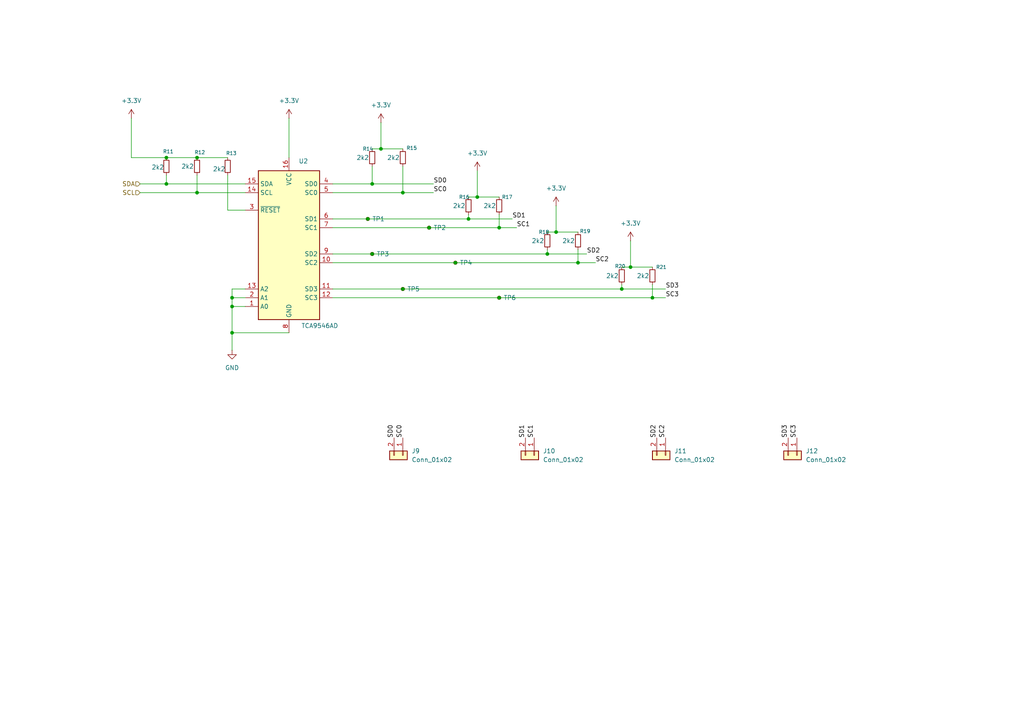
<source format=kicad_sch>
(kicad_sch
	(version 20250114)
	(generator "eeschema")
	(generator_version "9.0")
	(uuid "26067678-d7c4-464f-b731-ec73f251b3a4")
	(paper "A4")
	(lib_symbols
		(symbol "Connector:TestPoint_Small"
			(pin_numbers
				(hide yes)
			)
			(pin_names
				(offset 0.762)
				(hide yes)
			)
			(exclude_from_sim no)
			(in_bom yes)
			(on_board yes)
			(property "Reference" "TP"
				(at 0 3.81 0)
				(effects
					(font
						(size 1.27 1.27)
					)
				)
			)
			(property "Value" "TestPoint_Small"
				(at 0 2.032 0)
				(effects
					(font
						(size 1.27 1.27)
					)
				)
			)
			(property "Footprint" ""
				(at 5.08 0 0)
				(effects
					(font
						(size 1.27 1.27)
					)
					(hide yes)
				)
			)
			(property "Datasheet" "~"
				(at 5.08 0 0)
				(effects
					(font
						(size 1.27 1.27)
					)
					(hide yes)
				)
			)
			(property "Description" "test point"
				(at 0 0 0)
				(effects
					(font
						(size 1.27 1.27)
					)
					(hide yes)
				)
			)
			(property "ki_keywords" "test point tp"
				(at 0 0 0)
				(effects
					(font
						(size 1.27 1.27)
					)
					(hide yes)
				)
			)
			(property "ki_fp_filters" "Pin* Test*"
				(at 0 0 0)
				(effects
					(font
						(size 1.27 1.27)
					)
					(hide yes)
				)
			)
			(symbol "TestPoint_Small_0_1"
				(circle
					(center 0 0)
					(radius 0.508)
					(stroke
						(width 0)
						(type default)
					)
					(fill
						(type none)
					)
				)
			)
			(symbol "TestPoint_Small_1_1"
				(pin passive line
					(at 0 0 90)
					(length 0)
					(name "1"
						(effects
							(font
								(size 1.27 1.27)
							)
						)
					)
					(number "1"
						(effects
							(font
								(size 1.27 1.27)
							)
						)
					)
				)
			)
			(embedded_fonts no)
		)
		(symbol "Connector_Generic:Conn_01x02"
			(pin_names
				(offset 1.016)
				(hide yes)
			)
			(exclude_from_sim no)
			(in_bom yes)
			(on_board yes)
			(property "Reference" "J"
				(at 0 2.54 0)
				(effects
					(font
						(size 1.27 1.27)
					)
				)
			)
			(property "Value" "Conn_01x02"
				(at 0 -5.08 0)
				(effects
					(font
						(size 1.27 1.27)
					)
				)
			)
			(property "Footprint" ""
				(at 0 0 0)
				(effects
					(font
						(size 1.27 1.27)
					)
					(hide yes)
				)
			)
			(property "Datasheet" "~"
				(at 0 0 0)
				(effects
					(font
						(size 1.27 1.27)
					)
					(hide yes)
				)
			)
			(property "Description" "Generic connector, single row, 01x02, script generated (kicad-library-utils/schlib/autogen/connector/)"
				(at 0 0 0)
				(effects
					(font
						(size 1.27 1.27)
					)
					(hide yes)
				)
			)
			(property "ki_keywords" "connector"
				(at 0 0 0)
				(effects
					(font
						(size 1.27 1.27)
					)
					(hide yes)
				)
			)
			(property "ki_fp_filters" "Connector*:*_1x??_*"
				(at 0 0 0)
				(effects
					(font
						(size 1.27 1.27)
					)
					(hide yes)
				)
			)
			(symbol "Conn_01x02_1_1"
				(rectangle
					(start -1.27 1.27)
					(end 1.27 -3.81)
					(stroke
						(width 0.254)
						(type default)
					)
					(fill
						(type background)
					)
				)
				(rectangle
					(start -1.27 0.127)
					(end 0 -0.127)
					(stroke
						(width 0.1524)
						(type default)
					)
					(fill
						(type none)
					)
				)
				(rectangle
					(start -1.27 -2.413)
					(end 0 -2.667)
					(stroke
						(width 0.1524)
						(type default)
					)
					(fill
						(type none)
					)
				)
				(pin passive line
					(at -5.08 0 0)
					(length 3.81)
					(name "Pin_1"
						(effects
							(font
								(size 1.27 1.27)
							)
						)
					)
					(number "1"
						(effects
							(font
								(size 1.27 1.27)
							)
						)
					)
				)
				(pin passive line
					(at -5.08 -2.54 0)
					(length 3.81)
					(name "Pin_2"
						(effects
							(font
								(size 1.27 1.27)
							)
						)
					)
					(number "2"
						(effects
							(font
								(size 1.27 1.27)
							)
						)
					)
				)
			)
			(embedded_fonts no)
		)
		(symbol "Device:R_Small"
			(pin_numbers
				(hide yes)
			)
			(pin_names
				(offset 0.254)
				(hide yes)
			)
			(exclude_from_sim no)
			(in_bom yes)
			(on_board yes)
			(property "Reference" "R"
				(at 0 0 90)
				(effects
					(font
						(size 1.016 1.016)
					)
				)
			)
			(property "Value" "R_Small"
				(at 1.778 0 90)
				(effects
					(font
						(size 1.27 1.27)
					)
				)
			)
			(property "Footprint" ""
				(at 0 0 0)
				(effects
					(font
						(size 1.27 1.27)
					)
					(hide yes)
				)
			)
			(property "Datasheet" "~"
				(at 0 0 0)
				(effects
					(font
						(size 1.27 1.27)
					)
					(hide yes)
				)
			)
			(property "Description" "Resistor, small symbol"
				(at 0 0 0)
				(effects
					(font
						(size 1.27 1.27)
					)
					(hide yes)
				)
			)
			(property "ki_keywords" "R resistor"
				(at 0 0 0)
				(effects
					(font
						(size 1.27 1.27)
					)
					(hide yes)
				)
			)
			(property "ki_fp_filters" "R_*"
				(at 0 0 0)
				(effects
					(font
						(size 1.27 1.27)
					)
					(hide yes)
				)
			)
			(symbol "R_Small_0_1"
				(rectangle
					(start -0.762 1.778)
					(end 0.762 -1.778)
					(stroke
						(width 0.2032)
						(type default)
					)
					(fill
						(type none)
					)
				)
			)
			(symbol "R_Small_1_1"
				(pin passive line
					(at 0 2.54 270)
					(length 0.762)
					(name "~"
						(effects
							(font
								(size 1.27 1.27)
							)
						)
					)
					(number "1"
						(effects
							(font
								(size 1.27 1.27)
							)
						)
					)
				)
				(pin passive line
					(at 0 -2.54 90)
					(length 0.762)
					(name "~"
						(effects
							(font
								(size 1.27 1.27)
							)
						)
					)
					(number "2"
						(effects
							(font
								(size 1.27 1.27)
							)
						)
					)
				)
			)
			(embedded_fonts no)
		)
		(symbol "Interface_Expansion:TCA9546AD"
			(exclude_from_sim no)
			(in_bom yes)
			(on_board yes)
			(property "Reference" "U"
				(at -5.08 22.86 0)
				(effects
					(font
						(size 1.27 1.27)
					)
					(justify left)
				)
			)
			(property "Value" "TCA9546AD"
				(at 2.54 22.86 0)
				(effects
					(font
						(size 1.27 1.27)
					)
					(justify left)
				)
			)
			(property "Footprint" "Package_SO:SOIC-16_3.9x9.9mm_P1.27mm"
				(at 25.4 -22.86 0)
				(effects
					(font
						(size 1.27 1.27)
					)
					(hide yes)
				)
			)
			(property "Datasheet" "https://www.ti.com/lit/ds/symlink/tca9546a.pdf"
				(at 1.27 6.35 0)
				(effects
					(font
						(size 1.27 1.27)
					)
					(hide yes)
				)
			)
			(property "Description" "I2C SMBus Hub, 4 Channels, Reset, Multiple Addresses, SOIC-16"
				(at 0 0 0)
				(effects
					(font
						(size 1.27 1.27)
					)
					(hide yes)
				)
			)
			(property "ki_keywords" "Texas"
				(at 0 0 0)
				(effects
					(font
						(size 1.27 1.27)
					)
					(hide yes)
				)
			)
			(property "ki_fp_filters" "SOIC*3.9x9.9mm*P1.27mm*"
				(at 0 0 0)
				(effects
					(font
						(size 1.27 1.27)
					)
					(hide yes)
				)
			)
			(symbol "TCA9546AD_0_1"
				(rectangle
					(start -8.89 21.59)
					(end 8.89 -21.59)
					(stroke
						(width 0.254)
						(type default)
					)
					(fill
						(type background)
					)
				)
			)
			(symbol "TCA9546AD_1_1"
				(pin bidirectional line
					(at -12.7 17.78 0)
					(length 3.81)
					(name "SDA"
						(effects
							(font
								(size 1.27 1.27)
							)
						)
					)
					(number "15"
						(effects
							(font
								(size 1.27 1.27)
							)
						)
					)
				)
				(pin bidirectional line
					(at -12.7 15.24 0)
					(length 3.81)
					(name "SCL"
						(effects
							(font
								(size 1.27 1.27)
							)
						)
					)
					(number "14"
						(effects
							(font
								(size 1.27 1.27)
							)
						)
					)
				)
				(pin input line
					(at -12.7 10.16 0)
					(length 3.81)
					(name "~{RESET}"
						(effects
							(font
								(size 1.27 1.27)
							)
						)
					)
					(number "3"
						(effects
							(font
								(size 1.27 1.27)
							)
						)
					)
				)
				(pin input line
					(at -12.7 -12.7 0)
					(length 3.81)
					(name "A2"
						(effects
							(font
								(size 1.27 1.27)
							)
						)
					)
					(number "13"
						(effects
							(font
								(size 1.27 1.27)
							)
						)
					)
				)
				(pin input line
					(at -12.7 -15.24 0)
					(length 3.81)
					(name "A1"
						(effects
							(font
								(size 1.27 1.27)
							)
						)
					)
					(number "2"
						(effects
							(font
								(size 1.27 1.27)
							)
						)
					)
				)
				(pin input line
					(at -12.7 -17.78 0)
					(length 3.81)
					(name "A0"
						(effects
							(font
								(size 1.27 1.27)
							)
						)
					)
					(number "1"
						(effects
							(font
								(size 1.27 1.27)
							)
						)
					)
				)
				(pin power_in line
					(at 0 25.4 270)
					(length 3.81)
					(name "VCC"
						(effects
							(font
								(size 1.27 1.27)
							)
						)
					)
					(number "16"
						(effects
							(font
								(size 1.27 1.27)
							)
						)
					)
				)
				(pin power_in line
					(at 0 -25.4 90)
					(length 3.81)
					(name "GND"
						(effects
							(font
								(size 1.27 1.27)
							)
						)
					)
					(number "8"
						(effects
							(font
								(size 1.27 1.27)
							)
						)
					)
				)
				(pin bidirectional line
					(at 12.7 17.78 180)
					(length 3.81)
					(name "SD0"
						(effects
							(font
								(size 1.27 1.27)
							)
						)
					)
					(number "4"
						(effects
							(font
								(size 1.27 1.27)
							)
						)
					)
				)
				(pin bidirectional line
					(at 12.7 15.24 180)
					(length 3.81)
					(name "SC0"
						(effects
							(font
								(size 1.27 1.27)
							)
						)
					)
					(number "5"
						(effects
							(font
								(size 1.27 1.27)
							)
						)
					)
				)
				(pin bidirectional line
					(at 12.7 7.62 180)
					(length 3.81)
					(name "SD1"
						(effects
							(font
								(size 1.27 1.27)
							)
						)
					)
					(number "6"
						(effects
							(font
								(size 1.27 1.27)
							)
						)
					)
				)
				(pin bidirectional line
					(at 12.7 5.08 180)
					(length 3.81)
					(name "SC1"
						(effects
							(font
								(size 1.27 1.27)
							)
						)
					)
					(number "7"
						(effects
							(font
								(size 1.27 1.27)
							)
						)
					)
				)
				(pin bidirectional line
					(at 12.7 -2.54 180)
					(length 3.81)
					(name "SD2"
						(effects
							(font
								(size 1.27 1.27)
							)
						)
					)
					(number "9"
						(effects
							(font
								(size 1.27 1.27)
							)
						)
					)
				)
				(pin bidirectional line
					(at 12.7 -5.08 180)
					(length 3.81)
					(name "SC2"
						(effects
							(font
								(size 1.27 1.27)
							)
						)
					)
					(number "10"
						(effects
							(font
								(size 1.27 1.27)
							)
						)
					)
				)
				(pin bidirectional line
					(at 12.7 -12.7 180)
					(length 3.81)
					(name "SD3"
						(effects
							(font
								(size 1.27 1.27)
							)
						)
					)
					(number "11"
						(effects
							(font
								(size 1.27 1.27)
							)
						)
					)
				)
				(pin bidirectional line
					(at 12.7 -15.24 180)
					(length 3.81)
					(name "SC3"
						(effects
							(font
								(size 1.27 1.27)
							)
						)
					)
					(number "12"
						(effects
							(font
								(size 1.27 1.27)
							)
						)
					)
				)
			)
			(embedded_fonts no)
		)
		(symbol "power:+3.3V"
			(power)
			(pin_numbers
				(hide yes)
			)
			(pin_names
				(offset 0)
				(hide yes)
			)
			(exclude_from_sim no)
			(in_bom yes)
			(on_board yes)
			(property "Reference" "#PWR"
				(at 0 -3.81 0)
				(effects
					(font
						(size 1.27 1.27)
					)
					(hide yes)
				)
			)
			(property "Value" "+3.3V"
				(at 0 3.556 0)
				(effects
					(font
						(size 1.27 1.27)
					)
				)
			)
			(property "Footprint" ""
				(at 0 0 0)
				(effects
					(font
						(size 1.27 1.27)
					)
					(hide yes)
				)
			)
			(property "Datasheet" ""
				(at 0 0 0)
				(effects
					(font
						(size 1.27 1.27)
					)
					(hide yes)
				)
			)
			(property "Description" "Power symbol creates a global label with name \"+3.3V\""
				(at 0 0 0)
				(effects
					(font
						(size 1.27 1.27)
					)
					(hide yes)
				)
			)
			(property "ki_keywords" "global power"
				(at 0 0 0)
				(effects
					(font
						(size 1.27 1.27)
					)
					(hide yes)
				)
			)
			(symbol "+3.3V_0_1"
				(polyline
					(pts
						(xy -0.762 1.27) (xy 0 2.54)
					)
					(stroke
						(width 0)
						(type default)
					)
					(fill
						(type none)
					)
				)
				(polyline
					(pts
						(xy 0 2.54) (xy 0.762 1.27)
					)
					(stroke
						(width 0)
						(type default)
					)
					(fill
						(type none)
					)
				)
				(polyline
					(pts
						(xy 0 0) (xy 0 2.54)
					)
					(stroke
						(width 0)
						(type default)
					)
					(fill
						(type none)
					)
				)
			)
			(symbol "+3.3V_1_1"
				(pin power_in line
					(at 0 0 90)
					(length 0)
					(name "~"
						(effects
							(font
								(size 1.27 1.27)
							)
						)
					)
					(number "1"
						(effects
							(font
								(size 1.27 1.27)
							)
						)
					)
				)
			)
			(embedded_fonts no)
		)
		(symbol "power:GND"
			(power)
			(pin_numbers
				(hide yes)
			)
			(pin_names
				(offset 0)
				(hide yes)
			)
			(exclude_from_sim no)
			(in_bom yes)
			(on_board yes)
			(property "Reference" "#PWR"
				(at 0 -6.35 0)
				(effects
					(font
						(size 1.27 1.27)
					)
					(hide yes)
				)
			)
			(property "Value" "GND"
				(at 0 -3.81 0)
				(effects
					(font
						(size 1.27 1.27)
					)
				)
			)
			(property "Footprint" ""
				(at 0 0 0)
				(effects
					(font
						(size 1.27 1.27)
					)
					(hide yes)
				)
			)
			(property "Datasheet" ""
				(at 0 0 0)
				(effects
					(font
						(size 1.27 1.27)
					)
					(hide yes)
				)
			)
			(property "Description" "Power symbol creates a global label with name \"GND\" , ground"
				(at 0 0 0)
				(effects
					(font
						(size 1.27 1.27)
					)
					(hide yes)
				)
			)
			(property "ki_keywords" "global power"
				(at 0 0 0)
				(effects
					(font
						(size 1.27 1.27)
					)
					(hide yes)
				)
			)
			(symbol "GND_0_1"
				(polyline
					(pts
						(xy 0 0) (xy 0 -1.27) (xy 1.27 -1.27) (xy 0 -2.54) (xy -1.27 -1.27) (xy 0 -1.27)
					)
					(stroke
						(width 0)
						(type default)
					)
					(fill
						(type none)
					)
				)
			)
			(symbol "GND_1_1"
				(pin power_in line
					(at 0 0 270)
					(length 0)
					(name "~"
						(effects
							(font
								(size 1.27 1.27)
							)
						)
					)
					(number "1"
						(effects
							(font
								(size 1.27 1.27)
							)
						)
					)
				)
			)
			(embedded_fonts no)
		)
	)
	(junction
		(at 180.34 83.82)
		(diameter 0)
		(color 0 0 0 0)
		(uuid "07584060-4ef6-4766-bd91-50621a33e6e2")
	)
	(junction
		(at 189.23 86.36)
		(diameter 0)
		(color 0 0 0 0)
		(uuid "0e9f43d4-8222-4f79-96e0-d78ade31b777")
	)
	(junction
		(at 138.43 57.15)
		(diameter 0)
		(color 0 0 0 0)
		(uuid "12857c58-13af-41ee-9905-19aa9d5e205b")
	)
	(junction
		(at 48.26 53.34)
		(diameter 0)
		(color 0 0 0 0)
		(uuid "22e08eaf-fa72-432f-9cf9-9181de6ba88f")
	)
	(junction
		(at 124.46 66.04)
		(diameter 0)
		(color 0 0 0 0)
		(uuid "255389e9-e664-4284-8245-80b263f853ec")
	)
	(junction
		(at 132.08 76.2)
		(diameter 0)
		(color 0 0 0 0)
		(uuid "29e31e06-4837-4db4-a185-217241f6390c")
	)
	(junction
		(at 67.31 86.36)
		(diameter 0)
		(color 0 0 0 0)
		(uuid "2f2ce240-ccef-4ec3-8660-9167d1b78f27")
	)
	(junction
		(at 167.64 76.2)
		(diameter 0)
		(color 0 0 0 0)
		(uuid "3108882c-b563-4656-9376-449e24ad84d8")
	)
	(junction
		(at 144.78 66.04)
		(diameter 0)
		(color 0 0 0 0)
		(uuid "411fbf1a-2668-4b8b-bad0-1d95e3504edc")
	)
	(junction
		(at 161.29 67.31)
		(diameter 0)
		(color 0 0 0 0)
		(uuid "5dc3d519-2c44-41f3-b1e5-b1d22a6f6935")
	)
	(junction
		(at 107.95 53.34)
		(diameter 0)
		(color 0 0 0 0)
		(uuid "648f7070-a318-4144-8253-eefed763cdaa")
	)
	(junction
		(at 57.15 55.88)
		(diameter 0)
		(color 0 0 0 0)
		(uuid "692c3edf-3344-42d5-821c-75e8103b260b")
	)
	(junction
		(at 135.89 63.5)
		(diameter 0)
		(color 0 0 0 0)
		(uuid "70f4c6d8-ab84-4340-a429-2a8ecafeb69a")
	)
	(junction
		(at 182.88 77.47)
		(diameter 0)
		(color 0 0 0 0)
		(uuid "71bed8d2-184c-4235-9bd3-8c0041241cf3")
	)
	(junction
		(at 57.15 45.72)
		(diameter 0)
		(color 0 0 0 0)
		(uuid "81578257-067a-444b-9392-a5f329681daa")
	)
	(junction
		(at 116.84 55.88)
		(diameter 0)
		(color 0 0 0 0)
		(uuid "861b6ab4-98d6-4262-861a-a25592c7e10a")
	)
	(junction
		(at 106.68 63.5)
		(diameter 0)
		(color 0 0 0 0)
		(uuid "89ac883f-4dab-461a-bcdd-ef1887c1c95e")
	)
	(junction
		(at 67.31 96.52)
		(diameter 0)
		(color 0 0 0 0)
		(uuid "96a1cf67-eea1-42aa-94ce-45f74f492871")
	)
	(junction
		(at 144.78 86.36)
		(diameter 0)
		(color 0 0 0 0)
		(uuid "a3e953e2-75fc-4089-be51-67dbb4977af3")
	)
	(junction
		(at 107.95 73.66)
		(diameter 0)
		(color 0 0 0 0)
		(uuid "aea33eb2-ec65-4cb3-b875-10f84593fb87")
	)
	(junction
		(at 67.31 88.9)
		(diameter 0)
		(color 0 0 0 0)
		(uuid "b856fd03-e525-4116-b28a-fed57caa2dca")
	)
	(junction
		(at 110.49 43.18)
		(diameter 0)
		(color 0 0 0 0)
		(uuid "c4db6916-93dd-46bf-90e1-6919d598badd")
	)
	(junction
		(at 158.75 73.66)
		(diameter 0)
		(color 0 0 0 0)
		(uuid "dea03738-ace4-4daf-abfd-21df39fcf797")
	)
	(junction
		(at 48.26 45.72)
		(diameter 0)
		(color 0 0 0 0)
		(uuid "fbbf1346-43bb-4598-b756-2c4c36b36ca2")
	)
	(junction
		(at 116.84 83.82)
		(diameter 0)
		(color 0 0 0 0)
		(uuid "fe7c1975-4a65-4859-9a4f-c39ba9a410d0")
	)
	(wire
		(pts
			(xy 57.15 55.88) (xy 71.12 55.88)
		)
		(stroke
			(width 0)
			(type default)
		)
		(uuid "025299fd-6954-46c6-808b-74ae566b6f61")
	)
	(wire
		(pts
			(xy 135.89 62.23) (xy 135.89 63.5)
		)
		(stroke
			(width 0)
			(type default)
		)
		(uuid "03ace24e-85ca-4a8f-83f0-011e25b8e666")
	)
	(wire
		(pts
			(xy 67.31 83.82) (xy 67.31 86.36)
		)
		(stroke
			(width 0)
			(type default)
		)
		(uuid "042bc7d0-52d5-4a03-ba23-06ea42d018f7")
	)
	(wire
		(pts
			(xy 48.26 50.8) (xy 48.26 53.34)
		)
		(stroke
			(width 0)
			(type default)
		)
		(uuid "0467611d-6d21-496f-a55d-bce224df70b3")
	)
	(wire
		(pts
			(xy 172.72 76.2) (xy 167.64 76.2)
		)
		(stroke
			(width 0)
			(type default)
		)
		(uuid "07e3f0f9-75af-41c5-8667-4fc1bcb62041")
	)
	(wire
		(pts
			(xy 107.95 48.26) (xy 107.95 53.34)
		)
		(stroke
			(width 0)
			(type default)
		)
		(uuid "0ba3fc12-86a4-432c-8db8-7777c50a63fa")
	)
	(wire
		(pts
			(xy 161.29 67.31) (xy 158.75 67.31)
		)
		(stroke
			(width 0)
			(type default)
		)
		(uuid "0f3946bf-083a-4a1c-92dc-852c91c1a95f")
	)
	(wire
		(pts
			(xy 66.04 50.8) (xy 66.04 60.96)
		)
		(stroke
			(width 0)
			(type default)
		)
		(uuid "0f83c3f5-74b6-4875-99ce-48eb314fa739")
	)
	(wire
		(pts
			(xy 189.23 86.36) (xy 144.78 86.36)
		)
		(stroke
			(width 0)
			(type default)
		)
		(uuid "1db3c334-bd38-488f-8683-8e9e2bb1945a")
	)
	(wire
		(pts
			(xy 116.84 55.88) (xy 96.52 55.88)
		)
		(stroke
			(width 0)
			(type default)
		)
		(uuid "1e805b39-6780-4ef1-86f6-2413dfdb2427")
	)
	(wire
		(pts
			(xy 125.73 55.88) (xy 116.84 55.88)
		)
		(stroke
			(width 0)
			(type default)
		)
		(uuid "2390aa92-d816-4c74-964e-6e39163ab499")
	)
	(wire
		(pts
			(xy 67.31 88.9) (xy 71.12 88.9)
		)
		(stroke
			(width 0)
			(type default)
		)
		(uuid "27e18a7a-a7d1-4720-b9b5-d582d3aee0a6")
	)
	(wire
		(pts
			(xy 48.26 53.34) (xy 71.12 53.34)
		)
		(stroke
			(width 0)
			(type default)
		)
		(uuid "285b6f67-25fb-429d-83d0-ca38308ff1c5")
	)
	(wire
		(pts
			(xy 71.12 83.82) (xy 67.31 83.82)
		)
		(stroke
			(width 0)
			(type default)
		)
		(uuid "2e17a841-9c97-4a05-b91c-7bc223cf7be1")
	)
	(wire
		(pts
			(xy 110.49 43.18) (xy 107.95 43.18)
		)
		(stroke
			(width 0)
			(type default)
		)
		(uuid "3bf59a36-e749-44bc-ab35-cb5e734fd61f")
	)
	(wire
		(pts
			(xy 138.43 57.15) (xy 144.78 57.15)
		)
		(stroke
			(width 0)
			(type default)
		)
		(uuid "3f696ec3-0901-44b6-a482-73544f1dcd6e")
	)
	(wire
		(pts
			(xy 48.26 45.72) (xy 57.15 45.72)
		)
		(stroke
			(width 0)
			(type default)
		)
		(uuid "47967eda-e5b6-4979-9f95-e1b063dcd6c2")
	)
	(wire
		(pts
			(xy 182.88 77.47) (xy 189.23 77.47)
		)
		(stroke
			(width 0)
			(type default)
		)
		(uuid "4b7eafbd-5d23-4340-9ad5-7bef00e70cdd")
	)
	(wire
		(pts
			(xy 110.49 35.56) (xy 110.49 43.18)
		)
		(stroke
			(width 0)
			(type default)
		)
		(uuid "4bb7cdc9-fdeb-423e-abae-040cbe38af7c")
	)
	(wire
		(pts
			(xy 67.31 96.52) (xy 83.82 96.52)
		)
		(stroke
			(width 0)
			(type default)
		)
		(uuid "4c9bc8c0-da25-4655-9d85-c7ee409c56b9")
	)
	(wire
		(pts
			(xy 161.29 67.31) (xy 167.64 67.31)
		)
		(stroke
			(width 0)
			(type default)
		)
		(uuid "4f8bfc68-31cc-4efa-9db8-b4b098ac0908")
	)
	(wire
		(pts
			(xy 106.68 63.5) (xy 96.52 63.5)
		)
		(stroke
			(width 0)
			(type default)
		)
		(uuid "5208b70e-1131-4006-a8dc-c58646ecdde5")
	)
	(wire
		(pts
			(xy 170.18 73.66) (xy 158.75 73.66)
		)
		(stroke
			(width 0)
			(type default)
		)
		(uuid "52d68559-8094-4be9-823e-0cda48f82049")
	)
	(wire
		(pts
			(xy 40.64 53.34) (xy 48.26 53.34)
		)
		(stroke
			(width 0)
			(type default)
		)
		(uuid "56345173-6c70-425e-9eaf-87788c47be56")
	)
	(wire
		(pts
			(xy 67.31 86.36) (xy 71.12 86.36)
		)
		(stroke
			(width 0)
			(type default)
		)
		(uuid "58011d22-f4d9-4a62-951b-e792899acfe3")
	)
	(wire
		(pts
			(xy 193.04 83.82) (xy 180.34 83.82)
		)
		(stroke
			(width 0)
			(type default)
		)
		(uuid "604fa82d-d952-4a59-b13c-177c114b36a8")
	)
	(wire
		(pts
			(xy 38.1 45.72) (xy 48.26 45.72)
		)
		(stroke
			(width 0)
			(type default)
		)
		(uuid "67f26fdb-8ebd-4d87-8bff-e8779562873e")
	)
	(wire
		(pts
			(xy 167.64 72.39) (xy 167.64 76.2)
		)
		(stroke
			(width 0)
			(type default)
		)
		(uuid "68e8f119-e0c5-4e8b-afbd-a7c0041b4243")
	)
	(wire
		(pts
			(xy 161.29 59.69) (xy 161.29 67.31)
		)
		(stroke
			(width 0)
			(type default)
		)
		(uuid "72010230-c395-4769-bd44-3b56221d063d")
	)
	(wire
		(pts
			(xy 158.75 72.39) (xy 158.75 73.66)
		)
		(stroke
			(width 0)
			(type default)
		)
		(uuid "73c28c88-7f83-4a78-b1fa-d97adf9e6382")
	)
	(wire
		(pts
			(xy 107.95 53.34) (xy 96.52 53.34)
		)
		(stroke
			(width 0)
			(type default)
		)
		(uuid "76b09863-eb9a-46b8-96f8-e7394dd092b6")
	)
	(wire
		(pts
			(xy 116.84 83.82) (xy 96.52 83.82)
		)
		(stroke
			(width 0)
			(type default)
		)
		(uuid "7aa02ab4-a167-4f57-b276-c08686ca36ac")
	)
	(wire
		(pts
			(xy 40.64 55.88) (xy 57.15 55.88)
		)
		(stroke
			(width 0)
			(type default)
		)
		(uuid "7e4cfb6b-e647-4433-9aee-7ce215292547")
	)
	(wire
		(pts
			(xy 144.78 66.04) (xy 124.46 66.04)
		)
		(stroke
			(width 0)
			(type default)
		)
		(uuid "80517927-51bf-4ef1-aa3f-81651645490c")
	)
	(wire
		(pts
			(xy 149.86 66.04) (xy 144.78 66.04)
		)
		(stroke
			(width 0)
			(type default)
		)
		(uuid "853ab1cd-f13a-4dc6-a877-eeb0088e09a3")
	)
	(wire
		(pts
			(xy 182.88 69.85) (xy 182.88 77.47)
		)
		(stroke
			(width 0)
			(type default)
		)
		(uuid "863869c6-1a9b-46f9-bdd2-c6f3c01be060")
	)
	(wire
		(pts
			(xy 67.31 101.6) (xy 67.31 96.52)
		)
		(stroke
			(width 0)
			(type default)
		)
		(uuid "87135b62-b8d2-4d84-bd74-b4a4f6cb1942")
	)
	(wire
		(pts
			(xy 182.88 77.47) (xy 180.34 77.47)
		)
		(stroke
			(width 0)
			(type default)
		)
		(uuid "8e1d761e-27ba-47f2-8ae7-2218ca4d0a73")
	)
	(wire
		(pts
			(xy 144.78 86.36) (xy 96.52 86.36)
		)
		(stroke
			(width 0)
			(type default)
		)
		(uuid "90018cca-ca7c-4217-8fd9-a4e049c8530d")
	)
	(wire
		(pts
			(xy 125.73 53.34) (xy 107.95 53.34)
		)
		(stroke
			(width 0)
			(type default)
		)
		(uuid "9027ff17-2415-4f40-80e8-65b124b5714f")
	)
	(wire
		(pts
			(xy 57.15 50.8) (xy 57.15 55.88)
		)
		(stroke
			(width 0)
			(type default)
		)
		(uuid "96d1b7d5-600b-4b10-aa03-c1cfd0d8bc55")
	)
	(wire
		(pts
			(xy 144.78 62.23) (xy 144.78 66.04)
		)
		(stroke
			(width 0)
			(type default)
		)
		(uuid "9c1b3165-3e3a-4a8e-a33b-59ed8f376ad1")
	)
	(wire
		(pts
			(xy 38.1 34.29) (xy 38.1 45.72)
		)
		(stroke
			(width 0)
			(type default)
		)
		(uuid "9cb44a29-9a87-4ffe-8af8-4024c10e8897")
	)
	(wire
		(pts
			(xy 116.84 48.26) (xy 116.84 55.88)
		)
		(stroke
			(width 0)
			(type default)
		)
		(uuid "9e225423-7e19-430b-8115-3f1c8ee0ff08")
	)
	(wire
		(pts
			(xy 107.95 73.66) (xy 96.52 73.66)
		)
		(stroke
			(width 0)
			(type default)
		)
		(uuid "a1dd0ff5-b9bd-4ac3-8fc7-68d32dbab745")
	)
	(wire
		(pts
			(xy 67.31 88.9) (xy 67.31 86.36)
		)
		(stroke
			(width 0)
			(type default)
		)
		(uuid "a34fd6e0-8b07-454a-8b9d-074c428b472f")
	)
	(wire
		(pts
			(xy 180.34 82.55) (xy 180.34 83.82)
		)
		(stroke
			(width 0)
			(type default)
		)
		(uuid "a53e220c-e111-411c-9d5a-40c6deb00c68")
	)
	(wire
		(pts
			(xy 110.49 43.18) (xy 116.84 43.18)
		)
		(stroke
			(width 0)
			(type default)
		)
		(uuid "a6100bda-f6e1-4189-9753-e8931e136e28")
	)
	(wire
		(pts
			(xy 138.43 57.15) (xy 135.89 57.15)
		)
		(stroke
			(width 0)
			(type default)
		)
		(uuid "aa211ac6-c1a6-44e8-9ca2-55943a1359f5")
	)
	(wire
		(pts
			(xy 132.08 76.2) (xy 96.52 76.2)
		)
		(stroke
			(width 0)
			(type default)
		)
		(uuid "aebfa2cb-9b4b-468e-8ae9-13104d4cfd8d")
	)
	(wire
		(pts
			(xy 66.04 60.96) (xy 71.12 60.96)
		)
		(stroke
			(width 0)
			(type default)
		)
		(uuid "b0c23e64-896a-4043-aa6e-9a3ac1794596")
	)
	(wire
		(pts
			(xy 158.75 73.66) (xy 107.95 73.66)
		)
		(stroke
			(width 0)
			(type default)
		)
		(uuid "b4807cae-c97b-46ba-9a20-216cb5f9a9fb")
	)
	(wire
		(pts
			(xy 83.82 34.29) (xy 83.82 45.72)
		)
		(stroke
			(width 0)
			(type default)
		)
		(uuid "b7d96956-1d0a-4c9b-a471-e2653163534a")
	)
	(wire
		(pts
			(xy 57.15 45.72) (xy 66.04 45.72)
		)
		(stroke
			(width 0)
			(type default)
		)
		(uuid "bdbf8bd2-3839-4114-aa72-7285f0d0cbee")
	)
	(wire
		(pts
			(xy 189.23 82.55) (xy 189.23 86.36)
		)
		(stroke
			(width 0)
			(type default)
		)
		(uuid "cc7108f0-920d-462a-9fd4-cac51982c782")
	)
	(wire
		(pts
			(xy 67.31 96.52) (xy 67.31 88.9)
		)
		(stroke
			(width 0)
			(type default)
		)
		(uuid "dc7b3478-a880-4016-bc59-a962094d21ad")
	)
	(wire
		(pts
			(xy 148.59 63.5) (xy 135.89 63.5)
		)
		(stroke
			(width 0)
			(type default)
		)
		(uuid "e2072d99-8479-443f-b2fe-2d9c94c5c14f")
	)
	(wire
		(pts
			(xy 138.43 49.53) (xy 138.43 57.15)
		)
		(stroke
			(width 0)
			(type default)
		)
		(uuid "e4d7f88c-23d4-4552-9920-41951cfedda5")
	)
	(wire
		(pts
			(xy 124.46 66.04) (xy 96.52 66.04)
		)
		(stroke
			(width 0)
			(type default)
		)
		(uuid "e7912a36-3213-42d3-b3e9-91b52e9365e4")
	)
	(wire
		(pts
			(xy 135.89 63.5) (xy 106.68 63.5)
		)
		(stroke
			(width 0)
			(type default)
		)
		(uuid "e9cc2feb-39f1-49e7-9dc3-13e47ac2464f")
	)
	(wire
		(pts
			(xy 167.64 76.2) (xy 132.08 76.2)
		)
		(stroke
			(width 0)
			(type default)
		)
		(uuid "f0815f42-3467-4ca7-bca0-19d3de4b0da3")
	)
	(wire
		(pts
			(xy 180.34 83.82) (xy 116.84 83.82)
		)
		(stroke
			(width 0)
			(type default)
		)
		(uuid "f878a623-0af7-4044-b168-78ac5a82cc27")
	)
	(wire
		(pts
			(xy 193.04 86.36) (xy 189.23 86.36)
		)
		(stroke
			(width 0)
			(type default)
		)
		(uuid "fc3864d1-ecef-453c-8f5e-a18df0595c85")
	)
	(label "SC3"
		(at 193.04 86.36 0)
		(effects
			(font
				(size 1.27 1.27)
			)
			(justify left bottom)
		)
		(uuid "0415f2e2-47ae-4cfc-b9fc-4631626b23ce")
	)
	(label "SD0"
		(at 114.3 127 90)
		(effects
			(font
				(size 1.27 1.27)
			)
			(justify left bottom)
		)
		(uuid "0523611b-12cb-46e7-bed7-0e3906491680")
	)
	(label "SC1"
		(at 149.86 66.04 0)
		(effects
			(font
				(size 1.27 1.27)
			)
			(justify left bottom)
		)
		(uuid "296bfa1a-fd06-4356-ab13-7c2d874c487d")
	)
	(label "SD2"
		(at 170.18 73.66 0)
		(effects
			(font
				(size 1.27 1.27)
			)
			(justify left bottom)
		)
		(uuid "4643eaa6-e868-43ae-b11f-669b56994171")
	)
	(label "SD0"
		(at 125.73 53.34 0)
		(effects
			(font
				(size 1.27 1.27)
			)
			(justify left bottom)
		)
		(uuid "54cd6f28-5cbd-4d46-9ede-0957dabe2d26")
	)
	(label "SC0"
		(at 116.84 127 90)
		(effects
			(font
				(size 1.27 1.27)
			)
			(justify left bottom)
		)
		(uuid "630ba80d-c2d3-40af-935c-7c92f97567f8")
	)
	(label "SD3"
		(at 193.04 83.82 0)
		(effects
			(font
				(size 1.27 1.27)
			)
			(justify left bottom)
		)
		(uuid "63c6712e-0d8c-450a-b491-0ed2a08c60dd")
	)
	(label "SC2"
		(at 172.72 76.2 0)
		(effects
			(font
				(size 1.27 1.27)
			)
			(justify left bottom)
		)
		(uuid "a4bf2f39-1f3a-4bb4-99c4-b614757fad10")
	)
	(label "SD3"
		(at 228.6 127 90)
		(effects
			(font
				(size 1.27 1.27)
			)
			(justify left bottom)
		)
		(uuid "ae599ac5-51c7-4373-a024-4b9653a0f4bf")
	)
	(label "SC2"
		(at 193.04 127 90)
		(effects
			(font
				(size 1.27 1.27)
			)
			(justify left bottom)
		)
		(uuid "bbf95f25-1d99-4387-861d-62b7c57bb4d3")
	)
	(label "SC0"
		(at 125.73 55.88 0)
		(effects
			(font
				(size 1.27 1.27)
			)
			(justify left bottom)
		)
		(uuid "be6589ab-a3f8-4b13-a19c-7f0d0d400dcb")
	)
	(label "SD2"
		(at 190.5 127 90)
		(effects
			(font
				(size 1.27 1.27)
			)
			(justify left bottom)
		)
		(uuid "c83ca6fb-3db8-40ac-ab2f-0bfc3c917f3c")
	)
	(label "SD1"
		(at 148.59 63.5 0)
		(effects
			(font
				(size 1.27 1.27)
			)
			(justify left bottom)
		)
		(uuid "d7ca7d58-af48-42aa-b93c-b76b714745ba")
	)
	(label "SC1"
		(at 154.94 127 90)
		(effects
			(font
				(size 1.27 1.27)
			)
			(justify left bottom)
		)
		(uuid "de935a72-a57e-4f83-bfb1-280a630ec1ad")
	)
	(label "SD1"
		(at 152.4 127 90)
		(effects
			(font
				(size 1.27 1.27)
			)
			(justify left bottom)
		)
		(uuid "ec6f5c57-1d7a-4be4-ad14-adcd5b36debd")
	)
	(label "SC3"
		(at 231.14 127 90)
		(effects
			(font
				(size 1.27 1.27)
			)
			(justify left bottom)
		)
		(uuid "f6344aab-93d6-48a7-9bf5-588925308955")
	)
	(hierarchical_label "SCL"
		(shape input)
		(at 40.64 55.88 180)
		(effects
			(font
				(size 1.27 1.27)
			)
			(justify right)
		)
		(uuid "28dce05a-74aa-4f46-9c92-9919d7bb14e4")
	)
	(hierarchical_label "SDA"
		(shape input)
		(at 40.64 53.34 180)
		(effects
			(font
				(size 1.27 1.27)
			)
			(justify right)
		)
		(uuid "752ddab7-7ace-4e3c-a739-3dd52f76bf1d")
	)
	(symbol
		(lib_id "Connector_Generic:Conn_01x02")
		(at 116.84 132.08 270)
		(unit 1)
		(exclude_from_sim no)
		(in_bom yes)
		(on_board yes)
		(dnp no)
		(fields_autoplaced yes)
		(uuid "04661888-c054-475a-b5fb-0f6922f8ebbb")
		(property "Reference" "J9"
			(at 119.38 130.8099 90)
			(effects
				(font
					(size 1.27 1.27)
				)
				(justify left)
			)
		)
		(property "Value" "Conn_01x02"
			(at 119.38 133.3499 90)
			(effects
				(font
					(size 1.27 1.27)
				)
				(justify left)
			)
		)
		(property "Footprint" "Connector_JST:JST_PH_B2B-PH-K_1x02_P2.00mm_Vertical"
			(at 116.84 132.08 0)
			(effects
				(font
					(size 1.27 1.27)
				)
				(hide yes)
			)
		)
		(property "Datasheet" "~"
			(at 116.84 132.08 0)
			(effects
				(font
					(size 1.27 1.27)
				)
				(hide yes)
			)
		)
		(property "Description" "Generic connector, single row, 01x02, script generated (kicad-library-utils/schlib/autogen/connector/)"
			(at 116.84 132.08 0)
			(effects
				(font
					(size 1.27 1.27)
				)
				(hide yes)
			)
		)
		(pin "1"
			(uuid "82f89bf4-5b30-4bb4-8779-da9c8b7079ab")
		)
		(pin "2"
			(uuid "f12c2747-de80-4a5a-b26c-ac31baf6d163")
		)
		(instances
			(project "PCB_robot_chat"
				(path "/3534a4da-1897-4a3c-809d-843e7f41fadb/9c04d73c-5533-4d99-8a08-bb5be390ce59"
					(reference "J9")
					(unit 1)
				)
			)
		)
	)
	(symbol
		(lib_id "Device:R_Small")
		(at 144.78 59.69 0)
		(unit 1)
		(exclude_from_sim no)
		(in_bom yes)
		(on_board yes)
		(dnp no)
		(uuid "06bd2fe8-16df-4a7e-8834-685f033fec39")
		(property "Reference" "R17"
			(at 145.542 57.15 0)
			(effects
				(font
					(size 1.016 1.016)
				)
				(justify left)
			)
		)
		(property "Value" "2k2"
			(at 140.208 59.69 0)
			(effects
				(font
					(size 1.27 1.27)
				)
				(justify left)
			)
		)
		(property "Footprint" "Resistor_SMD:R_0603_1608Metric"
			(at 144.78 59.69 0)
			(effects
				(font
					(size 1.27 1.27)
				)
				(hide yes)
			)
		)
		(property "Datasheet" "~"
			(at 144.78 59.69 0)
			(effects
				(font
					(size 1.27 1.27)
				)
				(hide yes)
			)
		)
		(property "Description" "Resistor, small symbol"
			(at 144.78 59.69 0)
			(effects
				(font
					(size 1.27 1.27)
				)
				(hide yes)
			)
		)
		(pin "1"
			(uuid "3fd0718c-2a27-4fb7-8324-3f2b4ad3109a")
		)
		(pin "2"
			(uuid "923ac16d-0ef5-477e-b32a-143bc309ddd1")
		)
		(instances
			(project "PCB_robot_chat"
				(path "/3534a4da-1897-4a3c-809d-843e7f41fadb/9c04d73c-5533-4d99-8a08-bb5be390ce59"
					(reference "R17")
					(unit 1)
				)
			)
		)
	)
	(symbol
		(lib_id "Connector:TestPoint_Small")
		(at 106.68 63.5 0)
		(unit 1)
		(exclude_from_sim no)
		(in_bom yes)
		(on_board yes)
		(dnp no)
		(fields_autoplaced yes)
		(uuid "0e5d7ac5-6359-4c70-a18a-8571821e27e9")
		(property "Reference" "TP1"
			(at 107.95 63.4999 0)
			(effects
				(font
					(size 1.27 1.27)
				)
				(justify left)
			)
		)
		(property "Value" "TestPoint_Small"
			(at 107.95 64.7699 0)
			(effects
				(font
					(size 1.27 1.27)
				)
				(justify left)
				(hide yes)
			)
		)
		(property "Footprint" "TestPoint:TestPoint_Pad_D1.5mm"
			(at 111.76 63.5 0)
			(effects
				(font
					(size 1.27 1.27)
				)
				(hide yes)
			)
		)
		(property "Datasheet" "~"
			(at 111.76 63.5 0)
			(effects
				(font
					(size 1.27 1.27)
				)
				(hide yes)
			)
		)
		(property "Description" "test point"
			(at 106.68 63.5 0)
			(effects
				(font
					(size 1.27 1.27)
				)
				(hide yes)
			)
		)
		(pin "1"
			(uuid "20c94570-f79b-4b60-8dd2-e08963f78fe9")
		)
		(instances
			(project ""
				(path "/3534a4da-1897-4a3c-809d-843e7f41fadb/9c04d73c-5533-4d99-8a08-bb5be390ce59"
					(reference "TP1")
					(unit 1)
				)
			)
		)
	)
	(symbol
		(lib_id "Connector:TestPoint_Small")
		(at 116.84 83.82 0)
		(unit 1)
		(exclude_from_sim no)
		(in_bom yes)
		(on_board yes)
		(dnp no)
		(fields_autoplaced yes)
		(uuid "123d2983-715b-4ed7-af14-d12979640562")
		(property "Reference" "TP5"
			(at 118.11 83.8199 0)
			(effects
				(font
					(size 1.27 1.27)
				)
				(justify left)
			)
		)
		(property "Value" "TestPoint_Small"
			(at 118.11 85.0899 0)
			(effects
				(font
					(size 1.27 1.27)
				)
				(justify left)
				(hide yes)
			)
		)
		(property "Footprint" "TestPoint:TestPoint_Pad_D1.5mm"
			(at 121.92 83.82 0)
			(effects
				(font
					(size 1.27 1.27)
				)
				(hide yes)
			)
		)
		(property "Datasheet" "~"
			(at 121.92 83.82 0)
			(effects
				(font
					(size 1.27 1.27)
				)
				(hide yes)
			)
		)
		(property "Description" "test point"
			(at 116.84 83.82 0)
			(effects
				(font
					(size 1.27 1.27)
				)
				(hide yes)
			)
		)
		(pin "1"
			(uuid "7bcb0463-4971-4302-b4f4-0c50a055ad33")
		)
		(instances
			(project ""
				(path "/3534a4da-1897-4a3c-809d-843e7f41fadb/9c04d73c-5533-4d99-8a08-bb5be390ce59"
					(reference "TP5")
					(unit 1)
				)
			)
		)
	)
	(symbol
		(lib_id "Connector:TestPoint_Small")
		(at 124.46 66.04 0)
		(unit 1)
		(exclude_from_sim no)
		(in_bom yes)
		(on_board yes)
		(dnp no)
		(fields_autoplaced yes)
		(uuid "15086380-f3b2-4f86-abfb-ba9e64826e05")
		(property "Reference" "TP2"
			(at 125.73 66.0399 0)
			(effects
				(font
					(size 1.27 1.27)
				)
				(justify left)
			)
		)
		(property "Value" "TestPoint_Small"
			(at 125.73 67.3099 0)
			(effects
				(font
					(size 1.27 1.27)
				)
				(justify left)
				(hide yes)
			)
		)
		(property "Footprint" "TestPoint:TestPoint_Pad_D1.5mm"
			(at 129.54 66.04 0)
			(effects
				(font
					(size 1.27 1.27)
				)
				(hide yes)
			)
		)
		(property "Datasheet" "~"
			(at 129.54 66.04 0)
			(effects
				(font
					(size 1.27 1.27)
				)
				(hide yes)
			)
		)
		(property "Description" "test point"
			(at 124.46 66.04 0)
			(effects
				(font
					(size 1.27 1.27)
				)
				(hide yes)
			)
		)
		(pin "1"
			(uuid "36ce6f17-1f9a-49b3-a331-cab11dd9d685")
		)
		(instances
			(project ""
				(path "/3534a4da-1897-4a3c-809d-843e7f41fadb/9c04d73c-5533-4d99-8a08-bb5be390ce59"
					(reference "TP2")
					(unit 1)
				)
			)
		)
	)
	(symbol
		(lib_id "Connector_Generic:Conn_01x02")
		(at 193.04 132.08 270)
		(unit 1)
		(exclude_from_sim no)
		(in_bom yes)
		(on_board yes)
		(dnp no)
		(fields_autoplaced yes)
		(uuid "2ae44087-ba2b-4b0f-abff-b4bb9a5b1093")
		(property "Reference" "J11"
			(at 195.58 130.8099 90)
			(effects
				(font
					(size 1.27 1.27)
				)
				(justify left)
			)
		)
		(property "Value" "Conn_01x02"
			(at 195.58 133.3499 90)
			(effects
				(font
					(size 1.27 1.27)
				)
				(justify left)
			)
		)
		(property "Footprint" "Connector_JST:JST_PH_B2B-PH-K_1x02_P2.00mm_Vertical"
			(at 193.04 132.08 0)
			(effects
				(font
					(size 1.27 1.27)
				)
				(hide yes)
			)
		)
		(property "Datasheet" "~"
			(at 193.04 132.08 0)
			(effects
				(font
					(size 1.27 1.27)
				)
				(hide yes)
			)
		)
		(property "Description" "Generic connector, single row, 01x02, script generated (kicad-library-utils/schlib/autogen/connector/)"
			(at 193.04 132.08 0)
			(effects
				(font
					(size 1.27 1.27)
				)
				(hide yes)
			)
		)
		(pin "1"
			(uuid "0efd073f-42ad-4112-8257-37c5c6b77478")
		)
		(pin "2"
			(uuid "db8fc03c-a2e2-4d23-8bb7-cf3253ada53d")
		)
		(instances
			(project "PCB_robot_chat"
				(path "/3534a4da-1897-4a3c-809d-843e7f41fadb/9c04d73c-5533-4d99-8a08-bb5be390ce59"
					(reference "J11")
					(unit 1)
				)
			)
		)
	)
	(symbol
		(lib_id "Device:R_Small")
		(at 167.64 69.85 0)
		(unit 1)
		(exclude_from_sim no)
		(in_bom yes)
		(on_board yes)
		(dnp no)
		(uuid "2db1d9e7-0553-41e7-9734-1b37456a578d")
		(property "Reference" "R19"
			(at 168.148 67.056 0)
			(effects
				(font
					(size 1.016 1.016)
				)
				(justify left)
			)
		)
		(property "Value" "2k2"
			(at 163.068 69.85 0)
			(effects
				(font
					(size 1.27 1.27)
				)
				(justify left)
			)
		)
		(property "Footprint" "Resistor_SMD:R_0603_1608Metric"
			(at 167.64 69.85 0)
			(effects
				(font
					(size 1.27 1.27)
				)
				(hide yes)
			)
		)
		(property "Datasheet" "~"
			(at 167.64 69.85 0)
			(effects
				(font
					(size 1.27 1.27)
				)
				(hide yes)
			)
		)
		(property "Description" "Resistor, small symbol"
			(at 167.64 69.85 0)
			(effects
				(font
					(size 1.27 1.27)
				)
				(hide yes)
			)
		)
		(pin "1"
			(uuid "bd053b24-411c-4d3d-a5e9-d690d8aa878e")
		)
		(pin "2"
			(uuid "61303807-6762-4fa8-938a-0003dfa8d787")
		)
		(instances
			(project "PCB_robot_chat"
				(path "/3534a4da-1897-4a3c-809d-843e7f41fadb/9c04d73c-5533-4d99-8a08-bb5be390ce59"
					(reference "R19")
					(unit 1)
				)
			)
		)
	)
	(symbol
		(lib_id "Device:R_Small")
		(at 158.75 69.85 0)
		(unit 1)
		(exclude_from_sim no)
		(in_bom yes)
		(on_board yes)
		(dnp no)
		(uuid "2f25c3d0-e8b8-4e08-b1c2-3e150521a394")
		(property "Reference" "R18"
			(at 156.21 67.31 0)
			(effects
				(font
					(size 1.016 1.016)
				)
				(justify left)
			)
		)
		(property "Value" "2k2"
			(at 154.178 69.85 0)
			(effects
				(font
					(size 1.27 1.27)
				)
				(justify left)
			)
		)
		(property "Footprint" "Resistor_SMD:R_0603_1608Metric"
			(at 158.75 69.85 0)
			(effects
				(font
					(size 1.27 1.27)
				)
				(hide yes)
			)
		)
		(property "Datasheet" "~"
			(at 158.75 69.85 0)
			(effects
				(font
					(size 1.27 1.27)
				)
				(hide yes)
			)
		)
		(property "Description" "Resistor, small symbol"
			(at 158.75 69.85 0)
			(effects
				(font
					(size 1.27 1.27)
				)
				(hide yes)
			)
		)
		(pin "1"
			(uuid "c34bfa15-0c0e-4bb1-863e-b6f1fb7f044b")
		)
		(pin "2"
			(uuid "82f29406-9b5c-4e07-96d8-350473ac0789")
		)
		(instances
			(project "PCB_robot_chat"
				(path "/3534a4da-1897-4a3c-809d-843e7f41fadb/9c04d73c-5533-4d99-8a08-bb5be390ce59"
					(reference "R18")
					(unit 1)
				)
			)
		)
	)
	(symbol
		(lib_id "Device:R_Small")
		(at 107.95 45.72 0)
		(unit 1)
		(exclude_from_sim no)
		(in_bom yes)
		(on_board yes)
		(dnp no)
		(uuid "34179384-5a36-4393-bcbd-b032b16fae41")
		(property "Reference" "R14"
			(at 105.156 43.18 0)
			(effects
				(font
					(size 1.016 1.016)
				)
				(justify left)
			)
		)
		(property "Value" "2k2"
			(at 103.378 45.72 0)
			(effects
				(font
					(size 1.27 1.27)
				)
				(justify left)
			)
		)
		(property "Footprint" "Resistor_SMD:R_0603_1608Metric"
			(at 107.95 45.72 0)
			(effects
				(font
					(size 1.27 1.27)
				)
				(hide yes)
			)
		)
		(property "Datasheet" "~"
			(at 107.95 45.72 0)
			(effects
				(font
					(size 1.27 1.27)
				)
				(hide yes)
			)
		)
		(property "Description" "Resistor, small symbol"
			(at 107.95 45.72 0)
			(effects
				(font
					(size 1.27 1.27)
				)
				(hide yes)
			)
		)
		(pin "1"
			(uuid "9a1068b6-5561-4858-ad94-7e060a5884f7")
		)
		(pin "2"
			(uuid "c4eaf895-6ab0-4252-95e9-19e47b72d41b")
		)
		(instances
			(project "PCB_robot_chat"
				(path "/3534a4da-1897-4a3c-809d-843e7f41fadb/9c04d73c-5533-4d99-8a08-bb5be390ce59"
					(reference "R14")
					(unit 1)
				)
			)
		)
	)
	(symbol
		(lib_id "Device:R_Small")
		(at 180.34 80.01 0)
		(unit 1)
		(exclude_from_sim no)
		(in_bom yes)
		(on_board yes)
		(dnp no)
		(uuid "50eb6c4e-13d7-444f-bbb9-2f959c706a08")
		(property "Reference" "R20"
			(at 178.308 77.216 0)
			(effects
				(font
					(size 1.016 1.016)
				)
				(justify left)
			)
		)
		(property "Value" "2k2"
			(at 175.768 80.01 0)
			(effects
				(font
					(size 1.27 1.27)
				)
				(justify left)
			)
		)
		(property "Footprint" "Resistor_SMD:R_0603_1608Metric"
			(at 180.34 80.01 0)
			(effects
				(font
					(size 1.27 1.27)
				)
				(hide yes)
			)
		)
		(property "Datasheet" "~"
			(at 180.34 80.01 0)
			(effects
				(font
					(size 1.27 1.27)
				)
				(hide yes)
			)
		)
		(property "Description" "Resistor, small symbol"
			(at 180.34 80.01 0)
			(effects
				(font
					(size 1.27 1.27)
				)
				(hide yes)
			)
		)
		(pin "1"
			(uuid "909293c9-edad-4ee5-8757-55eaf855c489")
		)
		(pin "2"
			(uuid "0bcc77c6-c068-4c97-8bfa-933ef92bdca4")
		)
		(instances
			(project "PCB_robot_chat"
				(path "/3534a4da-1897-4a3c-809d-843e7f41fadb/9c04d73c-5533-4d99-8a08-bb5be390ce59"
					(reference "R20")
					(unit 1)
				)
			)
		)
	)
	(symbol
		(lib_id "Connector:TestPoint_Small")
		(at 144.78 86.36 0)
		(unit 1)
		(exclude_from_sim no)
		(in_bom yes)
		(on_board yes)
		(dnp no)
		(fields_autoplaced yes)
		(uuid "58c0e8ac-fddb-4505-bf0f-f24220e0e839")
		(property "Reference" "TP6"
			(at 146.05 86.3599 0)
			(effects
				(font
					(size 1.27 1.27)
				)
				(justify left)
			)
		)
		(property "Value" "TestPoint_Small"
			(at 146.05 87.6299 0)
			(effects
				(font
					(size 1.27 1.27)
				)
				(justify left)
				(hide yes)
			)
		)
		(property "Footprint" "TestPoint:TestPoint_Pad_D1.5mm"
			(at 149.86 86.36 0)
			(effects
				(font
					(size 1.27 1.27)
				)
				(hide yes)
			)
		)
		(property "Datasheet" "~"
			(at 149.86 86.36 0)
			(effects
				(font
					(size 1.27 1.27)
				)
				(hide yes)
			)
		)
		(property "Description" "test point"
			(at 144.78 86.36 0)
			(effects
				(font
					(size 1.27 1.27)
				)
				(hide yes)
			)
		)
		(pin "1"
			(uuid "d37550ca-cf46-45a7-975b-0e25649523b7")
		)
		(instances
			(project ""
				(path "/3534a4da-1897-4a3c-809d-843e7f41fadb/9c04d73c-5533-4d99-8a08-bb5be390ce59"
					(reference "TP6")
					(unit 1)
				)
			)
		)
	)
	(symbol
		(lib_id "power:+3.3V")
		(at 138.43 49.53 0)
		(unit 1)
		(exclude_from_sim no)
		(in_bom yes)
		(on_board yes)
		(dnp no)
		(fields_autoplaced yes)
		(uuid "590926b6-a74b-4101-853d-1dd7da94487e")
		(property "Reference" "#PWR045"
			(at 138.43 53.34 0)
			(effects
				(font
					(size 1.27 1.27)
				)
				(hide yes)
			)
		)
		(property "Value" "+3.3V"
			(at 138.43 44.45 0)
			(effects
				(font
					(size 1.27 1.27)
				)
			)
		)
		(property "Footprint" ""
			(at 138.43 49.53 0)
			(effects
				(font
					(size 1.27 1.27)
				)
				(hide yes)
			)
		)
		(property "Datasheet" ""
			(at 138.43 49.53 0)
			(effects
				(font
					(size 1.27 1.27)
				)
				(hide yes)
			)
		)
		(property "Description" "Power symbol creates a global label with name \"+3.3V\""
			(at 138.43 49.53 0)
			(effects
				(font
					(size 1.27 1.27)
				)
				(hide yes)
			)
		)
		(pin "1"
			(uuid "572ec18d-c628-40a5-b41a-c151685dc5e2")
		)
		(instances
			(project "PCB_robot_chat"
				(path "/3534a4da-1897-4a3c-809d-843e7f41fadb/9c04d73c-5533-4d99-8a08-bb5be390ce59"
					(reference "#PWR045")
					(unit 1)
				)
			)
		)
	)
	(symbol
		(lib_id "Connector_Generic:Conn_01x02")
		(at 231.14 132.08 270)
		(unit 1)
		(exclude_from_sim no)
		(in_bom yes)
		(on_board yes)
		(dnp no)
		(fields_autoplaced yes)
		(uuid "5e301be9-e068-466e-843e-de793681788e")
		(property "Reference" "J12"
			(at 233.68 130.8099 90)
			(effects
				(font
					(size 1.27 1.27)
				)
				(justify left)
			)
		)
		(property "Value" "Conn_01x02"
			(at 233.68 133.3499 90)
			(effects
				(font
					(size 1.27 1.27)
				)
				(justify left)
			)
		)
		(property "Footprint" "Connector_JST:JST_PH_B2B-PH-K_1x02_P2.00mm_Vertical"
			(at 231.14 132.08 0)
			(effects
				(font
					(size 1.27 1.27)
				)
				(hide yes)
			)
		)
		(property "Datasheet" "~"
			(at 231.14 132.08 0)
			(effects
				(font
					(size 1.27 1.27)
				)
				(hide yes)
			)
		)
		(property "Description" "Generic connector, single row, 01x02, script generated (kicad-library-utils/schlib/autogen/connector/)"
			(at 231.14 132.08 0)
			(effects
				(font
					(size 1.27 1.27)
				)
				(hide yes)
			)
		)
		(pin "1"
			(uuid "4e46b5ce-43b5-4903-9b0d-3a5c7372846c")
		)
		(pin "2"
			(uuid "556d6fdc-35c7-4f4b-a980-da4eec62a710")
		)
		(instances
			(project "PCB_robot_chat"
				(path "/3534a4da-1897-4a3c-809d-843e7f41fadb/9c04d73c-5533-4d99-8a08-bb5be390ce59"
					(reference "J12")
					(unit 1)
				)
			)
		)
	)
	(symbol
		(lib_id "power:+3.3V")
		(at 161.29 59.69 0)
		(unit 1)
		(exclude_from_sim no)
		(in_bom yes)
		(on_board yes)
		(dnp no)
		(fields_autoplaced yes)
		(uuid "5e4eb398-a878-4b01-afcb-8d047497b1ef")
		(property "Reference" "#PWR046"
			(at 161.29 63.5 0)
			(effects
				(font
					(size 1.27 1.27)
				)
				(hide yes)
			)
		)
		(property "Value" "+3.3V"
			(at 161.29 54.61 0)
			(effects
				(font
					(size 1.27 1.27)
				)
			)
		)
		(property "Footprint" ""
			(at 161.29 59.69 0)
			(effects
				(font
					(size 1.27 1.27)
				)
				(hide yes)
			)
		)
		(property "Datasheet" ""
			(at 161.29 59.69 0)
			(effects
				(font
					(size 1.27 1.27)
				)
				(hide yes)
			)
		)
		(property "Description" "Power symbol creates a global label with name \"+3.3V\""
			(at 161.29 59.69 0)
			(effects
				(font
					(size 1.27 1.27)
				)
				(hide yes)
			)
		)
		(pin "1"
			(uuid "5eb353e3-19ce-4e74-b1ec-f431e503ba8a")
		)
		(instances
			(project "PCB_robot_chat"
				(path "/3534a4da-1897-4a3c-809d-843e7f41fadb/9c04d73c-5533-4d99-8a08-bb5be390ce59"
					(reference "#PWR046")
					(unit 1)
				)
			)
		)
	)
	(symbol
		(lib_id "power:+3.3V")
		(at 110.49 35.56 0)
		(unit 1)
		(exclude_from_sim no)
		(in_bom yes)
		(on_board yes)
		(dnp no)
		(fields_autoplaced yes)
		(uuid "604ded26-733e-4967-90c6-3f3b0ff3980d")
		(property "Reference" "#PWR044"
			(at 110.49 39.37 0)
			(effects
				(font
					(size 1.27 1.27)
				)
				(hide yes)
			)
		)
		(property "Value" "+3.3V"
			(at 110.49 30.48 0)
			(effects
				(font
					(size 1.27 1.27)
				)
			)
		)
		(property "Footprint" ""
			(at 110.49 35.56 0)
			(effects
				(font
					(size 1.27 1.27)
				)
				(hide yes)
			)
		)
		(property "Datasheet" ""
			(at 110.49 35.56 0)
			(effects
				(font
					(size 1.27 1.27)
				)
				(hide yes)
			)
		)
		(property "Description" "Power symbol creates a global label with name \"+3.3V\""
			(at 110.49 35.56 0)
			(effects
				(font
					(size 1.27 1.27)
				)
				(hide yes)
			)
		)
		(pin "1"
			(uuid "ead97dc7-2f10-469e-8ffc-ad044c2cbb54")
		)
		(instances
			(project "PCB_robot_chat"
				(path "/3534a4da-1897-4a3c-809d-843e7f41fadb/9c04d73c-5533-4d99-8a08-bb5be390ce59"
					(reference "#PWR044")
					(unit 1)
				)
			)
		)
	)
	(symbol
		(lib_id "Device:R_Small")
		(at 135.89 59.69 0)
		(unit 1)
		(exclude_from_sim no)
		(in_bom yes)
		(on_board yes)
		(dnp no)
		(uuid "62b1efa9-4ab4-42fe-a12a-16831caa2fae")
		(property "Reference" "R16"
			(at 133.096 57.15 0)
			(effects
				(font
					(size 1.016 1.016)
				)
				(justify left)
			)
		)
		(property "Value" "2k2"
			(at 131.318 59.69 0)
			(effects
				(font
					(size 1.27 1.27)
				)
				(justify left)
			)
		)
		(property "Footprint" "Resistor_SMD:R_0603_1608Metric"
			(at 135.89 59.69 0)
			(effects
				(font
					(size 1.27 1.27)
				)
				(hide yes)
			)
		)
		(property "Datasheet" "~"
			(at 135.89 59.69 0)
			(effects
				(font
					(size 1.27 1.27)
				)
				(hide yes)
			)
		)
		(property "Description" "Resistor, small symbol"
			(at 135.89 59.69 0)
			(effects
				(font
					(size 1.27 1.27)
				)
				(hide yes)
			)
		)
		(pin "1"
			(uuid "ac006298-115f-4388-bc53-07ba8b5e4465")
		)
		(pin "2"
			(uuid "3f53915e-789d-4afe-ba4f-86115199db7e")
		)
		(instances
			(project "PCB_robot_chat"
				(path "/3534a4da-1897-4a3c-809d-843e7f41fadb/9c04d73c-5533-4d99-8a08-bb5be390ce59"
					(reference "R16")
					(unit 1)
				)
			)
		)
	)
	(symbol
		(lib_id "Connector:TestPoint_Small")
		(at 132.08 76.2 0)
		(unit 1)
		(exclude_from_sim no)
		(in_bom yes)
		(on_board yes)
		(dnp no)
		(fields_autoplaced yes)
		(uuid "6edba510-beea-4a3d-bddf-e2732f3f1a74")
		(property "Reference" "TP4"
			(at 133.35 76.1999 0)
			(effects
				(font
					(size 1.27 1.27)
				)
				(justify left)
			)
		)
		(property "Value" "TestPoint_Small"
			(at 133.35 77.4699 0)
			(effects
				(font
					(size 1.27 1.27)
				)
				(justify left)
				(hide yes)
			)
		)
		(property "Footprint" "TestPoint:TestPoint_Pad_D1.5mm"
			(at 137.16 76.2 0)
			(effects
				(font
					(size 1.27 1.27)
				)
				(hide yes)
			)
		)
		(property "Datasheet" "~"
			(at 137.16 76.2 0)
			(effects
				(font
					(size 1.27 1.27)
				)
				(hide yes)
			)
		)
		(property "Description" "test point"
			(at 132.08 76.2 0)
			(effects
				(font
					(size 1.27 1.27)
				)
				(hide yes)
			)
		)
		(pin "1"
			(uuid "1809d411-115b-4083-a64e-3263fd7c945e")
		)
		(instances
			(project ""
				(path "/3534a4da-1897-4a3c-809d-843e7f41fadb/9c04d73c-5533-4d99-8a08-bb5be390ce59"
					(reference "TP4")
					(unit 1)
				)
			)
		)
	)
	(symbol
		(lib_id "Connector:TestPoint_Small")
		(at 107.95 73.66 0)
		(unit 1)
		(exclude_from_sim no)
		(in_bom yes)
		(on_board yes)
		(dnp no)
		(fields_autoplaced yes)
		(uuid "76c69c6a-b8c7-4599-a631-9dc6d25c130e")
		(property "Reference" "TP3"
			(at 109.22 73.6599 0)
			(effects
				(font
					(size 1.27 1.27)
				)
				(justify left)
			)
		)
		(property "Value" "TestPoint_Small"
			(at 109.22 74.9299 0)
			(effects
				(font
					(size 1.27 1.27)
				)
				(justify left)
				(hide yes)
			)
		)
		(property "Footprint" "TestPoint:TestPoint_Pad_D1.5mm"
			(at 113.03 73.66 0)
			(effects
				(font
					(size 1.27 1.27)
				)
				(hide yes)
			)
		)
		(property "Datasheet" "~"
			(at 113.03 73.66 0)
			(effects
				(font
					(size 1.27 1.27)
				)
				(hide yes)
			)
		)
		(property "Description" "test point"
			(at 107.95 73.66 0)
			(effects
				(font
					(size 1.27 1.27)
				)
				(hide yes)
			)
		)
		(pin "1"
			(uuid "22f4ff25-744c-4d51-b7a1-50ffcfe537c9")
		)
		(instances
			(project ""
				(path "/3534a4da-1897-4a3c-809d-843e7f41fadb/9c04d73c-5533-4d99-8a08-bb5be390ce59"
					(reference "TP3")
					(unit 1)
				)
			)
		)
	)
	(symbol
		(lib_id "Interface_Expansion:TCA9546AD")
		(at 83.82 71.12 0)
		(unit 1)
		(exclude_from_sim no)
		(in_bom yes)
		(on_board yes)
		(dnp no)
		(uuid "7d2f59b5-ea6c-420e-8faa-b85af343f0dc")
		(property "Reference" "U2"
			(at 86.614 46.736 0)
			(effects
				(font
					(size 1.27 1.27)
				)
				(justify left)
			)
		)
		(property "Value" "TCA9546AD"
			(at 87.376 94.488 0)
			(effects
				(font
					(size 1.27 1.27)
				)
				(justify left)
			)
		)
		(property "Footprint" "Package_SO:SOIC-16_3.9x9.9mm_P1.27mm"
			(at 109.22 93.98 0)
			(effects
				(font
					(size 1.27 1.27)
				)
				(hide yes)
			)
		)
		(property "Datasheet" "https://www.ti.com/lit/ds/symlink/tca9546a.pdf"
			(at 85.09 64.77 0)
			(effects
				(font
					(size 1.27 1.27)
				)
				(hide yes)
			)
		)
		(property "Description" "I2C SMBus Hub, 4 Channels, Reset, Multiple Addresses, SOIC-16"
			(at 83.82 71.12 0)
			(effects
				(font
					(size 1.27 1.27)
				)
				(hide yes)
			)
		)
		(pin "11"
			(uuid "f80f286f-818a-4d4b-8e11-fb21e9be38b9")
		)
		(pin "6"
			(uuid "edbb6319-1bb9-46de-a2bc-9443109827b5")
		)
		(pin "13"
			(uuid "b3d0e2a4-6d51-45bb-9cfb-9ddc09c74c74")
		)
		(pin "15"
			(uuid "cece7d21-964e-4f56-b7a4-72e3c9a4fb40")
		)
		(pin "2"
			(uuid "895d642d-ea4c-4d67-b4c3-f5e0b8ca2082")
		)
		(pin "1"
			(uuid "64ff6f29-f6be-49bd-ba47-db853e209f9e")
		)
		(pin "8"
			(uuid "dee0bef9-e798-4e37-ac88-78581a90c5ed")
		)
		(pin "14"
			(uuid "652e2fe5-47dc-4f40-8f71-fc0117e613da")
		)
		(pin "3"
			(uuid "4ab06824-fab8-40e8-8597-32bc70f690d1")
		)
		(pin "16"
			(uuid "b5f0ebc2-a637-445b-9943-6bc6624573ad")
		)
		(pin "4"
			(uuid "4a94f943-a812-4daa-b8d1-525738662324")
		)
		(pin "7"
			(uuid "2facdbae-dc20-40e7-aabe-b990dbe65828")
		)
		(pin "9"
			(uuid "e1674799-19cc-4c99-b6eb-29c84d45b866")
		)
		(pin "10"
			(uuid "16c26dcb-dd90-4835-aa8d-7611ee384d47")
		)
		(pin "12"
			(uuid "b764e33b-a835-497e-9455-77784c935f70")
		)
		(pin "5"
			(uuid "93ac47bc-42eb-43ab-85cc-9f56ee99aea9")
		)
		(instances
			(project "PCB_robot_chat"
				(path "/3534a4da-1897-4a3c-809d-843e7f41fadb/9c04d73c-5533-4d99-8a08-bb5be390ce59"
					(reference "U2")
					(unit 1)
				)
			)
		)
	)
	(symbol
		(lib_id "Connector_Generic:Conn_01x02")
		(at 154.94 132.08 270)
		(unit 1)
		(exclude_from_sim no)
		(in_bom yes)
		(on_board yes)
		(dnp no)
		(fields_autoplaced yes)
		(uuid "857c7a18-df59-442d-84c1-38954c6ee776")
		(property "Reference" "J10"
			(at 157.48 130.8099 90)
			(effects
				(font
					(size 1.27 1.27)
				)
				(justify left)
			)
		)
		(property "Value" "Conn_01x02"
			(at 157.48 133.3499 90)
			(effects
				(font
					(size 1.27 1.27)
				)
				(justify left)
			)
		)
		(property "Footprint" "Connector_JST:JST_PH_B2B-PH-K_1x02_P2.00mm_Vertical"
			(at 154.94 132.08 0)
			(effects
				(font
					(size 1.27 1.27)
				)
				(hide yes)
			)
		)
		(property "Datasheet" "~"
			(at 154.94 132.08 0)
			(effects
				(font
					(size 1.27 1.27)
				)
				(hide yes)
			)
		)
		(property "Description" "Generic connector, single row, 01x02, script generated (kicad-library-utils/schlib/autogen/connector/)"
			(at 154.94 132.08 0)
			(effects
				(font
					(size 1.27 1.27)
				)
				(hide yes)
			)
		)
		(pin "1"
			(uuid "aa9cacbc-3b59-4c63-b160-86b953171615")
		)
		(pin "2"
			(uuid "d8ec4544-e6b9-4443-8dc5-5447dc5a68db")
		)
		(instances
			(project "PCB_robot_chat"
				(path "/3534a4da-1897-4a3c-809d-843e7f41fadb/9c04d73c-5533-4d99-8a08-bb5be390ce59"
					(reference "J10")
					(unit 1)
				)
			)
		)
	)
	(symbol
		(lib_id "power:+3.3V")
		(at 38.1 34.29 0)
		(unit 1)
		(exclude_from_sim no)
		(in_bom yes)
		(on_board yes)
		(dnp no)
		(fields_autoplaced yes)
		(uuid "8cf10767-845c-46cf-a828-df97591a088b")
		(property "Reference" "#PWR041"
			(at 38.1 38.1 0)
			(effects
				(font
					(size 1.27 1.27)
				)
				(hide yes)
			)
		)
		(property "Value" "+3.3V"
			(at 38.1 29.21 0)
			(effects
				(font
					(size 1.27 1.27)
				)
			)
		)
		(property "Footprint" ""
			(at 38.1 34.29 0)
			(effects
				(font
					(size 1.27 1.27)
				)
				(hide yes)
			)
		)
		(property "Datasheet" ""
			(at 38.1 34.29 0)
			(effects
				(font
					(size 1.27 1.27)
				)
				(hide yes)
			)
		)
		(property "Description" "Power symbol creates a global label with name \"+3.3V\""
			(at 38.1 34.29 0)
			(effects
				(font
					(size 1.27 1.27)
				)
				(hide yes)
			)
		)
		(pin "1"
			(uuid "63f60e3d-0dab-4000-8b28-05a360d80aa2")
		)
		(instances
			(project "PCB_robot_chat"
				(path "/3534a4da-1897-4a3c-809d-843e7f41fadb/9c04d73c-5533-4d99-8a08-bb5be390ce59"
					(reference "#PWR041")
					(unit 1)
				)
			)
		)
	)
	(symbol
		(lib_id "Device:R_Small")
		(at 116.84 45.72 0)
		(unit 1)
		(exclude_from_sim no)
		(in_bom yes)
		(on_board yes)
		(dnp no)
		(uuid "9c0c3a06-e940-467a-84e7-b0633276dfbc")
		(property "Reference" "R15"
			(at 117.856 42.926 0)
			(effects
				(font
					(size 1.016 1.016)
				)
				(justify left)
			)
		)
		(property "Value" "2k2"
			(at 112.268 45.72 0)
			(effects
				(font
					(size 1.27 1.27)
				)
				(justify left)
			)
		)
		(property "Footprint" "Resistor_SMD:R_0603_1608Metric"
			(at 116.84 45.72 0)
			(effects
				(font
					(size 1.27 1.27)
				)
				(hide yes)
			)
		)
		(property "Datasheet" "~"
			(at 116.84 45.72 0)
			(effects
				(font
					(size 1.27 1.27)
				)
				(hide yes)
			)
		)
		(property "Description" "Resistor, small symbol"
			(at 116.84 45.72 0)
			(effects
				(font
					(size 1.27 1.27)
				)
				(hide yes)
			)
		)
		(pin "1"
			(uuid "5afb9d81-e37e-44a7-8f3a-8941461a7f71")
		)
		(pin "2"
			(uuid "56247e6e-f8f6-461e-aca3-a8f58230bf3f")
		)
		(instances
			(project "PCB_robot_chat"
				(path "/3534a4da-1897-4a3c-809d-843e7f41fadb/9c04d73c-5533-4d99-8a08-bb5be390ce59"
					(reference "R15")
					(unit 1)
				)
			)
		)
	)
	(symbol
		(lib_id "power:+3.3V")
		(at 83.82 34.29 0)
		(unit 1)
		(exclude_from_sim no)
		(in_bom yes)
		(on_board yes)
		(dnp no)
		(fields_autoplaced yes)
		(uuid "b73997bf-8919-4d0f-8212-1409c78d3892")
		(property "Reference" "#PWR043"
			(at 83.82 38.1 0)
			(effects
				(font
					(size 1.27 1.27)
				)
				(hide yes)
			)
		)
		(property "Value" "+3.3V"
			(at 83.82 29.21 0)
			(effects
				(font
					(size 1.27 1.27)
				)
			)
		)
		(property "Footprint" ""
			(at 83.82 34.29 0)
			(effects
				(font
					(size 1.27 1.27)
				)
				(hide yes)
			)
		)
		(property "Datasheet" ""
			(at 83.82 34.29 0)
			(effects
				(font
					(size 1.27 1.27)
				)
				(hide yes)
			)
		)
		(property "Description" "Power symbol creates a global label with name \"+3.3V\""
			(at 83.82 34.29 0)
			(effects
				(font
					(size 1.27 1.27)
				)
				(hide yes)
			)
		)
		(pin "1"
			(uuid "afc280f1-9bab-4adb-85f9-2f702ae26b9b")
		)
		(instances
			(project "PCB_robot_chat"
				(path "/3534a4da-1897-4a3c-809d-843e7f41fadb/9c04d73c-5533-4d99-8a08-bb5be390ce59"
					(reference "#PWR043")
					(unit 1)
				)
			)
		)
	)
	(symbol
		(lib_id "Device:R_Small")
		(at 57.15 48.26 0)
		(unit 1)
		(exclude_from_sim no)
		(in_bom yes)
		(on_board yes)
		(dnp no)
		(uuid "bb4fd761-ce66-4aa1-8c8a-668ec4a64b53")
		(property "Reference" "R12"
			(at 56.388 44.196 0)
			(effects
				(font
					(size 1.016 1.016)
				)
				(justify left)
			)
		)
		(property "Value" "2k2"
			(at 52.578 48.26 0)
			(effects
				(font
					(size 1.27 1.27)
				)
				(justify left)
			)
		)
		(property "Footprint" "Resistor_SMD:R_0603_1608Metric"
			(at 57.15 48.26 0)
			(effects
				(font
					(size 1.27 1.27)
				)
				(hide yes)
			)
		)
		(property "Datasheet" "~"
			(at 57.15 48.26 0)
			(effects
				(font
					(size 1.27 1.27)
				)
				(hide yes)
			)
		)
		(property "Description" "Resistor, small symbol"
			(at 57.15 48.26 0)
			(effects
				(font
					(size 1.27 1.27)
				)
				(hide yes)
			)
		)
		(pin "1"
			(uuid "10a05b10-9834-4ef2-a375-16130a1f3125")
		)
		(pin "2"
			(uuid "6929e8ef-5d16-4820-8cbf-c1d4a6674e8a")
		)
		(instances
			(project "PCB_robot_chat"
				(path "/3534a4da-1897-4a3c-809d-843e7f41fadb/9c04d73c-5533-4d99-8a08-bb5be390ce59"
					(reference "R12")
					(unit 1)
				)
			)
		)
	)
	(symbol
		(lib_id "Device:R_Small")
		(at 48.26 48.26 0)
		(unit 1)
		(exclude_from_sim no)
		(in_bom yes)
		(on_board yes)
		(dnp no)
		(uuid "ca9f1504-3105-4f93-af14-0a0e1e889a37")
		(property "Reference" "R11"
			(at 47.244 43.942 0)
			(effects
				(font
					(size 1.016 1.016)
				)
				(justify left)
			)
		)
		(property "Value" "2k2"
			(at 43.942 48.514 0)
			(effects
				(font
					(size 1.27 1.27)
				)
				(justify left)
			)
		)
		(property "Footprint" "Resistor_SMD:R_0603_1608Metric"
			(at 48.26 48.26 0)
			(effects
				(font
					(size 1.27 1.27)
				)
				(hide yes)
			)
		)
		(property "Datasheet" "~"
			(at 48.26 48.26 0)
			(effects
				(font
					(size 1.27 1.27)
				)
				(hide yes)
			)
		)
		(property "Description" "Resistor, small symbol"
			(at 48.26 48.26 0)
			(effects
				(font
					(size 1.27 1.27)
				)
				(hide yes)
			)
		)
		(pin "1"
			(uuid "75be13ef-a8cd-4431-8a67-51d8a643f00e")
		)
		(pin "2"
			(uuid "97edeb4c-3cbe-40f2-b59e-ee153ae5e127")
		)
		(instances
			(project "PCB_robot_chat"
				(path "/3534a4da-1897-4a3c-809d-843e7f41fadb/9c04d73c-5533-4d99-8a08-bb5be390ce59"
					(reference "R11")
					(unit 1)
				)
			)
		)
	)
	(symbol
		(lib_id "Device:R_Small")
		(at 66.04 48.26 0)
		(unit 1)
		(exclude_from_sim no)
		(in_bom yes)
		(on_board yes)
		(dnp no)
		(uuid "d668dae8-dee5-4dc0-b880-6f02fd183904")
		(property "Reference" "R13"
			(at 65.532 44.45 0)
			(effects
				(font
					(size 1.016 1.016)
				)
				(justify left)
			)
		)
		(property "Value" "2k2"
			(at 61.722 49.022 0)
			(effects
				(font
					(size 1.27 1.27)
				)
				(justify left)
			)
		)
		(property "Footprint" "Resistor_SMD:R_0603_1608Metric"
			(at 66.04 48.26 0)
			(effects
				(font
					(size 1.27 1.27)
				)
				(hide yes)
			)
		)
		(property "Datasheet" "~"
			(at 66.04 48.26 0)
			(effects
				(font
					(size 1.27 1.27)
				)
				(hide yes)
			)
		)
		(property "Description" "Resistor, small symbol"
			(at 66.04 48.26 0)
			(effects
				(font
					(size 1.27 1.27)
				)
				(hide yes)
			)
		)
		(pin "1"
			(uuid "11f66455-4dcc-40a8-8ccf-64757e27b702")
		)
		(pin "2"
			(uuid "0d567f95-ecca-409d-8867-7bcd178d0d93")
		)
		(instances
			(project "PCB_robot_chat"
				(path "/3534a4da-1897-4a3c-809d-843e7f41fadb/9c04d73c-5533-4d99-8a08-bb5be390ce59"
					(reference "R13")
					(unit 1)
				)
			)
		)
	)
	(symbol
		(lib_id "Device:R_Small")
		(at 189.23 80.01 0)
		(unit 1)
		(exclude_from_sim no)
		(in_bom yes)
		(on_board yes)
		(dnp no)
		(uuid "e25cbca5-0eac-4618-a70a-4d82803738f8")
		(property "Reference" "R21"
			(at 190.246 77.47 0)
			(effects
				(font
					(size 1.016 1.016)
				)
				(justify left)
			)
		)
		(property "Value" "2k2"
			(at 184.658 80.01 0)
			(effects
				(font
					(size 1.27 1.27)
				)
				(justify left)
			)
		)
		(property "Footprint" "Resistor_SMD:R_0603_1608Metric"
			(at 189.23 80.01 0)
			(effects
				(font
					(size 1.27 1.27)
				)
				(hide yes)
			)
		)
		(property "Datasheet" "~"
			(at 189.23 80.01 0)
			(effects
				(font
					(size 1.27 1.27)
				)
				(hide yes)
			)
		)
		(property "Description" "Resistor, small symbol"
			(at 189.23 80.01 0)
			(effects
				(font
					(size 1.27 1.27)
				)
				(hide yes)
			)
		)
		(pin "1"
			(uuid "f7f21a49-008f-442e-bb59-3c148c584152")
		)
		(pin "2"
			(uuid "35b1587c-923f-4c7e-be45-40f12412f484")
		)
		(instances
			(project "PCB_robot_chat"
				(path "/3534a4da-1897-4a3c-809d-843e7f41fadb/9c04d73c-5533-4d99-8a08-bb5be390ce59"
					(reference "R21")
					(unit 1)
				)
			)
		)
	)
	(symbol
		(lib_id "power:GND")
		(at 67.31 101.6 0)
		(unit 1)
		(exclude_from_sim no)
		(in_bom yes)
		(on_board yes)
		(dnp no)
		(fields_autoplaced yes)
		(uuid "eb85bc49-7432-414a-adaa-aa1ae927d3f3")
		(property "Reference" "#PWR042"
			(at 67.31 107.95 0)
			(effects
				(font
					(size 1.27 1.27)
				)
				(hide yes)
			)
		)
		(property "Value" "GND"
			(at 67.31 106.68 0)
			(effects
				(font
					(size 1.27 1.27)
				)
			)
		)
		(property "Footprint" ""
			(at 67.31 101.6 0)
			(effects
				(font
					(size 1.27 1.27)
				)
				(hide yes)
			)
		)
		(property "Datasheet" ""
			(at 67.31 101.6 0)
			(effects
				(font
					(size 1.27 1.27)
				)
				(hide yes)
			)
		)
		(property "Description" "Power symbol creates a global label with name \"GND\" , ground"
			(at 67.31 101.6 0)
			(effects
				(font
					(size 1.27 1.27)
				)
				(hide yes)
			)
		)
		(pin "1"
			(uuid "4943b02b-178b-4242-bc43-c56a855143b5")
		)
		(instances
			(project "PCB_robot_chat"
				(path "/3534a4da-1897-4a3c-809d-843e7f41fadb/9c04d73c-5533-4d99-8a08-bb5be390ce59"
					(reference "#PWR042")
					(unit 1)
				)
			)
		)
	)
	(symbol
		(lib_id "power:+3.3V")
		(at 182.88 69.85 0)
		(unit 1)
		(exclude_from_sim no)
		(in_bom yes)
		(on_board yes)
		(dnp no)
		(fields_autoplaced yes)
		(uuid "f29b21dd-a7bc-4f6d-a8ba-099bd00142df")
		(property "Reference" "#PWR047"
			(at 182.88 73.66 0)
			(effects
				(font
					(size 1.27 1.27)
				)
				(hide yes)
			)
		)
		(property "Value" "+3.3V"
			(at 182.88 64.77 0)
			(effects
				(font
					(size 1.27 1.27)
				)
			)
		)
		(property "Footprint" ""
			(at 182.88 69.85 0)
			(effects
				(font
					(size 1.27 1.27)
				)
				(hide yes)
			)
		)
		(property "Datasheet" ""
			(at 182.88 69.85 0)
			(effects
				(font
					(size 1.27 1.27)
				)
				(hide yes)
			)
		)
		(property "Description" "Power symbol creates a global label with name \"+3.3V\""
			(at 182.88 69.85 0)
			(effects
				(font
					(size 1.27 1.27)
				)
				(hide yes)
			)
		)
		(pin "1"
			(uuid "d6523c38-5d52-4f4a-bf1a-c7fd387b27cd")
		)
		(instances
			(project "PCB_robot_chat"
				(path "/3534a4da-1897-4a3c-809d-843e7f41fadb/9c04d73c-5533-4d99-8a08-bb5be390ce59"
					(reference "#PWR047")
					(unit 1)
				)
			)
		)
	)
)

</source>
